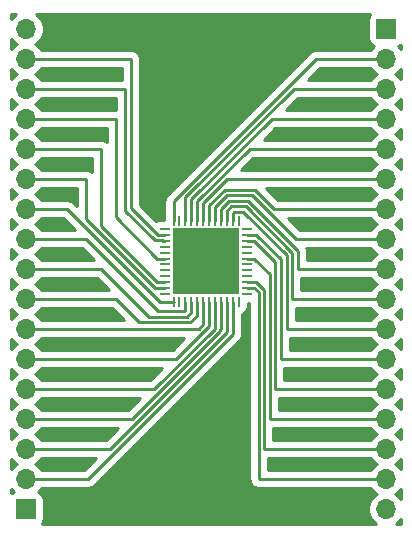
<source format=gbr>
G04 #@! TF.GenerationSoftware,KiCad,Pcbnew,(5.1.5-0-10_14)*
G04 #@! TF.CreationDate,2020-05-04T17:52:18-06:00*
G04 #@! TF.ProjectId,L6207Q,4c363230-3751-42e6-9b69-6361645f7063,rev?*
G04 #@! TF.SameCoordinates,Original*
G04 #@! TF.FileFunction,Copper,L1,Top*
G04 #@! TF.FilePolarity,Positive*
%FSLAX46Y46*%
G04 Gerber Fmt 4.6, Leading zero omitted, Abs format (unit mm)*
G04 Created by KiCad (PCBNEW (5.1.5-0-10_14)) date 2020-05-04 17:52:18*
%MOMM*%
%LPD*%
G04 APERTURE LIST*
%ADD10R,5.600000X5.600000*%
%ADD11R,0.860000X0.270000*%
%ADD12R,0.270000X0.860000*%
%ADD13O,1.700000X1.700000*%
%ADD14R,1.700000X1.700000*%
%ADD15C,0.800000*%
%ADD16C,0.270000*%
%ADD17C,0.254000*%
G04 APERTURE END LIST*
D10*
X29210000Y-33655000D03*
D11*
X32645000Y-30905000D03*
X32645000Y-31405000D03*
X32645000Y-31905000D03*
X32645000Y-32405000D03*
X32645000Y-32905000D03*
X32645000Y-33405000D03*
X32645000Y-33905000D03*
X32645000Y-34405000D03*
X32645000Y-34905000D03*
X32645000Y-35405000D03*
X32645000Y-35905000D03*
X32645000Y-36405000D03*
X25775000Y-36405000D03*
X25775000Y-35905000D03*
X25775000Y-35405000D03*
X25775000Y-34905000D03*
X25775000Y-34405000D03*
X25775000Y-33905000D03*
X25775000Y-33405000D03*
X25775000Y-32905000D03*
X25775000Y-32405000D03*
X25775000Y-31905000D03*
X25775000Y-31405000D03*
X25775000Y-30905000D03*
D12*
X26460000Y-30220000D03*
X26960000Y-30220000D03*
X27460000Y-30220000D03*
X27960000Y-30220000D03*
X28460000Y-30220000D03*
X28960000Y-30220000D03*
X29460000Y-30220000D03*
X29960000Y-30220000D03*
X30460000Y-30220000D03*
X30960000Y-30220000D03*
X31460000Y-30220000D03*
X31960000Y-30220000D03*
X31960000Y-37090000D03*
X31460000Y-37090000D03*
X30960000Y-37090000D03*
X30460000Y-37090000D03*
X29960000Y-37090000D03*
X29460000Y-37090000D03*
X28960000Y-37090000D03*
X28460000Y-37090000D03*
X27960000Y-37090000D03*
X27460000Y-37090000D03*
X26960000Y-37090000D03*
X26460000Y-37090000D03*
D13*
X44450000Y-54610000D03*
X44450000Y-52070000D03*
X44450000Y-49530000D03*
X44450000Y-46990000D03*
X44450000Y-44450000D03*
X44450000Y-41910000D03*
X44450000Y-39370000D03*
X44450000Y-36830000D03*
X44450000Y-34290000D03*
X44450000Y-31750000D03*
X44450000Y-29210000D03*
X44450000Y-26670000D03*
X44450000Y-24130000D03*
X44450000Y-21590000D03*
X44450000Y-19050000D03*
X44450000Y-16510000D03*
D14*
X44450000Y-13970000D03*
D13*
X13970000Y-13970000D03*
X13970000Y-16510000D03*
X13970000Y-19050000D03*
X13970000Y-21590000D03*
X13970000Y-24130000D03*
X13970000Y-26670000D03*
X13970000Y-29210000D03*
X13970000Y-31750000D03*
X13970000Y-34290000D03*
X13970000Y-36830000D03*
X13970000Y-39370000D03*
X13970000Y-41910000D03*
X13970000Y-44450000D03*
X13970000Y-46990000D03*
X13970000Y-49530000D03*
X13970000Y-52070000D03*
D14*
X13970000Y-54610000D03*
D15*
X28575000Y-34290000D03*
X29845000Y-33020000D03*
X27305000Y-33020000D03*
X28575000Y-33020000D03*
X27305000Y-31750000D03*
X27305000Y-35560000D03*
X28575000Y-35560000D03*
X31115000Y-31750000D03*
X28575000Y-31750000D03*
X29845000Y-34290000D03*
X31115000Y-33020000D03*
X29845000Y-31750000D03*
X31115000Y-34290000D03*
X27305000Y-34290000D03*
X29845000Y-35560000D03*
X31115000Y-35560000D03*
D16*
X22860000Y-16510000D02*
X13970000Y-16510000D01*
X22860000Y-29158002D02*
X22860000Y-16510000D01*
X25106998Y-31405000D02*
X22860000Y-29158002D01*
X25775000Y-31405000D02*
X25106998Y-31405000D01*
X25525010Y-31875010D02*
X24912313Y-31875009D01*
X25555000Y-31905000D02*
X25525010Y-31875010D01*
X25775000Y-31905000D02*
X25555000Y-31905000D01*
X24912313Y-31875009D02*
X22389990Y-29352686D01*
X22389990Y-29352686D02*
X22389990Y-19050000D01*
X22389990Y-19050000D02*
X13970000Y-19050000D01*
X25075000Y-33405000D02*
X21590000Y-29920000D01*
X25775000Y-33405000D02*
X25075000Y-33405000D01*
X21590000Y-29920000D02*
X21590000Y-21590000D01*
X21590000Y-21590000D02*
X13970000Y-21590000D01*
X25075000Y-35405000D02*
X20320000Y-30650000D01*
X25775000Y-35405000D02*
X25075000Y-35405000D01*
X20320000Y-30650000D02*
X20320000Y-24130000D01*
X20320000Y-24130000D02*
X13970000Y-24130000D01*
X24910306Y-35905000D02*
X19050000Y-30044694D01*
X25775000Y-35905000D02*
X24910306Y-35905000D01*
X19050000Y-30044694D02*
X19050000Y-26670000D01*
X19050000Y-26670000D02*
X13970000Y-26670000D01*
X17411998Y-29210000D02*
X13970000Y-29210000D01*
X25291998Y-37090000D02*
X17411998Y-29210000D01*
X26460000Y-37090000D02*
X25291998Y-37090000D01*
X27394999Y-37855001D02*
X25155001Y-37855001D01*
X27460000Y-37790000D02*
X27394999Y-37855001D01*
X27460000Y-37090000D02*
X27460000Y-37790000D01*
X19050000Y-31750000D02*
X13970000Y-31750000D01*
X25155001Y-37855001D02*
X19050000Y-31750000D01*
X27589683Y-38325011D02*
X24355011Y-38325011D01*
X27960000Y-37954694D02*
X27589683Y-38325011D01*
X27960000Y-37090000D02*
X27960000Y-37954694D01*
X20320000Y-34290000D02*
X13970000Y-34290000D01*
X24355011Y-38325011D02*
X20320000Y-34290000D01*
X28460000Y-37350000D02*
X28430010Y-37379990D01*
X28430010Y-37379990D02*
X28430010Y-38244990D01*
X28460000Y-37090000D02*
X28460000Y-37350000D01*
X27879979Y-38795021D02*
X23555021Y-38795021D01*
X28430010Y-38244990D02*
X27879979Y-38795021D01*
X21590000Y-36830000D02*
X13970000Y-36830000D01*
X23555021Y-38795021D02*
X21590000Y-36830000D01*
X28960000Y-37090000D02*
X28960000Y-38985000D01*
X28575000Y-39370000D02*
X13970000Y-39370000D01*
X28960000Y-38985000D02*
X28575000Y-39370000D01*
X15172081Y-41910000D02*
X13970000Y-41910000D01*
X29460000Y-39149694D02*
X26699694Y-41910000D01*
X26699694Y-41910000D02*
X15172081Y-41910000D01*
X29460000Y-37090000D02*
X29460000Y-39149694D01*
X29960000Y-37350000D02*
X29930010Y-37379990D01*
X29960000Y-37090000D02*
X29960000Y-37350000D01*
X15172081Y-44450000D02*
X13970000Y-44450000D01*
X24824388Y-44450000D02*
X15172081Y-44450000D01*
X29930009Y-39344379D02*
X24824388Y-44450000D01*
X29930010Y-37379990D02*
X29930009Y-39344379D01*
X30460000Y-37090000D02*
X30460000Y-39350000D01*
X15172081Y-46990000D02*
X13970000Y-46990000D01*
X30400018Y-39539064D02*
X22949082Y-46990000D01*
X22949082Y-46990000D02*
X15172081Y-46990000D01*
X30400019Y-39409981D02*
X30400018Y-39539064D01*
X30460000Y-39350000D02*
X30400019Y-39409981D01*
X15172081Y-49530000D02*
X13970000Y-49530000D01*
X30960000Y-39643776D02*
X21073776Y-49530000D01*
X21073776Y-49530000D02*
X15172081Y-49530000D01*
X30960000Y-37090000D02*
X30960000Y-39643776D01*
X19198470Y-52070000D02*
X15172081Y-52070000D01*
X15172081Y-52070000D02*
X13970000Y-52070000D01*
X31460000Y-39808470D02*
X19198470Y-52070000D01*
X31460000Y-37090000D02*
X31460000Y-39808470D01*
X33313002Y-35905000D02*
X33655000Y-36246998D01*
X32645000Y-35905000D02*
X33313002Y-35905000D01*
X33655000Y-36246998D02*
X33655000Y-52070000D01*
X33655000Y-52070000D02*
X44450000Y-52070000D01*
X33477696Y-35405000D02*
X34125010Y-36052314D01*
X32645000Y-35405000D02*
X33477696Y-35405000D01*
X34125010Y-36052314D02*
X34125010Y-49530000D01*
X34125010Y-49530000D02*
X44450000Y-49530000D01*
X34595020Y-46990000D02*
X44450000Y-46990000D01*
X34595020Y-34687018D02*
X34595020Y-46990000D01*
X33313002Y-33405000D02*
X34595020Y-34687018D01*
X32645000Y-33405000D02*
X33313002Y-33405000D01*
X35065030Y-33657028D02*
X35065030Y-44450000D01*
X33313002Y-31905000D02*
X35065030Y-33657028D01*
X35065030Y-44450000D02*
X44450000Y-44450000D01*
X32645000Y-31905000D02*
X33313002Y-31905000D01*
X33477696Y-31405000D02*
X35560000Y-33487304D01*
X32645000Y-31405000D02*
X33477696Y-31405000D01*
X35560000Y-33487304D02*
X35560000Y-41910000D01*
X35560000Y-41910000D02*
X44450000Y-41910000D01*
X36030010Y-39370000D02*
X44450000Y-39370000D01*
X32363001Y-29454999D02*
X36030010Y-33122008D01*
X31460000Y-30220000D02*
X31460000Y-29551998D01*
X36030010Y-33122008D02*
X36030010Y-39370000D01*
X31556999Y-29454999D02*
X32363001Y-29454999D01*
X31460000Y-29551998D02*
X31556999Y-29454999D01*
X32557686Y-28984990D02*
X36500020Y-32927324D01*
X30960000Y-29387304D02*
X31362315Y-28984989D01*
X31362315Y-28984989D02*
X32557686Y-28984990D01*
X30960000Y-30220000D02*
X30960000Y-29387304D01*
X36500020Y-32927324D02*
X36500020Y-36830000D01*
X36500020Y-36830000D02*
X44450000Y-36830000D01*
X32752371Y-28514981D02*
X36970030Y-32732640D01*
X30460000Y-29222610D02*
X31167632Y-28514980D01*
X31167632Y-28514980D02*
X32752371Y-28514981D01*
X30460000Y-30220000D02*
X30460000Y-29222610D01*
X36970030Y-32732640D02*
X36970030Y-34290000D01*
X36970030Y-34290000D02*
X44450000Y-34290000D01*
X29960000Y-29057920D02*
X30972949Y-28044971D01*
X30972949Y-28044971D02*
X33124971Y-28044971D01*
X29960000Y-30220000D02*
X29960000Y-29057920D01*
X36830000Y-31750000D02*
X44450000Y-31750000D01*
X33124971Y-28044971D02*
X36830000Y-31750000D01*
X30778265Y-27574961D02*
X33319656Y-27574962D01*
X29460000Y-28893226D02*
X30778265Y-27574961D01*
X29460000Y-30220000D02*
X29460000Y-28893226D01*
X34954694Y-29210000D02*
X44450000Y-29210000D01*
X33319656Y-27574962D02*
X34954694Y-29210000D01*
X43247919Y-26670000D02*
X44450000Y-26670000D01*
X31018534Y-26670000D02*
X43247919Y-26670000D01*
X28960000Y-28728534D02*
X31018534Y-26670000D01*
X28960000Y-30220000D02*
X28960000Y-28728534D01*
X43247919Y-24130000D02*
X44450000Y-24130000D01*
X32893840Y-24130000D02*
X43247919Y-24130000D01*
X28460000Y-28563840D02*
X32893840Y-24130000D01*
X28460000Y-30220000D02*
X28460000Y-28563840D01*
X43247919Y-21590000D02*
X44450000Y-21590000D01*
X27960000Y-28399146D02*
X34769146Y-21590000D01*
X34769146Y-21590000D02*
X43247919Y-21590000D01*
X27960000Y-30220000D02*
X27960000Y-28399146D01*
X43247919Y-19050000D02*
X44450000Y-19050000D01*
X36644452Y-19050000D02*
X43247919Y-19050000D01*
X27460000Y-28234452D02*
X36644452Y-19050000D01*
X27460000Y-30220000D02*
X27460000Y-28234452D01*
X43247919Y-16510000D02*
X44450000Y-16510000D01*
X38519758Y-16510000D02*
X43247919Y-16510000D01*
X26460000Y-28569758D02*
X38519758Y-16510000D01*
X26460000Y-30220000D02*
X26460000Y-28569758D01*
D17*
G36*
X32885001Y-52032170D02*
G01*
X32881275Y-52070000D01*
X32896142Y-52220946D01*
X32940171Y-52366092D01*
X33011671Y-52499859D01*
X33107894Y-52617106D01*
X33225141Y-52713329D01*
X33358908Y-52784829D01*
X33504054Y-52828858D01*
X33617180Y-52840000D01*
X33655000Y-52843725D01*
X33692820Y-52840000D01*
X43178503Y-52840000D01*
X43296525Y-53016632D01*
X43503368Y-53223475D01*
X43677760Y-53340000D01*
X43503368Y-53456525D01*
X43296525Y-53663368D01*
X43134010Y-53906589D01*
X43022068Y-54176842D01*
X42965000Y-54463740D01*
X42965000Y-54756260D01*
X43022068Y-55043158D01*
X43134010Y-55313411D01*
X43296525Y-55556632D01*
X43503368Y-55763475D01*
X43640345Y-55855000D01*
X15317295Y-55855000D01*
X15350537Y-55814494D01*
X15409502Y-55704180D01*
X15445812Y-55584482D01*
X15458072Y-55460000D01*
X15458072Y-53760000D01*
X15445812Y-53635518D01*
X15409502Y-53515820D01*
X15350537Y-53405506D01*
X15271185Y-53308815D01*
X15174494Y-53229463D01*
X15064180Y-53170498D01*
X14991620Y-53148487D01*
X15123475Y-53016632D01*
X15241497Y-52840000D01*
X19160657Y-52840000D01*
X19198470Y-52843724D01*
X19236283Y-52840000D01*
X19236290Y-52840000D01*
X19349416Y-52828858D01*
X19494562Y-52784829D01*
X19628329Y-52713329D01*
X19745576Y-52617106D01*
X19769691Y-52587722D01*
X31977727Y-40379687D01*
X32007106Y-40355576D01*
X32103329Y-40238329D01*
X32174829Y-40104562D01*
X32180815Y-40084829D01*
X32218858Y-39959417D01*
X32223025Y-39917106D01*
X32230000Y-39846290D01*
X32230000Y-39846284D01*
X32233724Y-39808471D01*
X32230000Y-39770658D01*
X32230000Y-38142621D01*
X32339180Y-38109502D01*
X32449494Y-38050537D01*
X32546185Y-37971185D01*
X32625537Y-37874494D01*
X32684502Y-37764180D01*
X32720812Y-37644482D01*
X32733072Y-37520000D01*
X32733072Y-37178072D01*
X32885000Y-37178072D01*
X32885001Y-52032170D01*
G37*
X32885001Y-52032170D02*
X32881275Y-52070000D01*
X32896142Y-52220946D01*
X32940171Y-52366092D01*
X33011671Y-52499859D01*
X33107894Y-52617106D01*
X33225141Y-52713329D01*
X33358908Y-52784829D01*
X33504054Y-52828858D01*
X33617180Y-52840000D01*
X33655000Y-52843725D01*
X33692820Y-52840000D01*
X43178503Y-52840000D01*
X43296525Y-53016632D01*
X43503368Y-53223475D01*
X43677760Y-53340000D01*
X43503368Y-53456525D01*
X43296525Y-53663368D01*
X43134010Y-53906589D01*
X43022068Y-54176842D01*
X42965000Y-54463740D01*
X42965000Y-54756260D01*
X43022068Y-55043158D01*
X43134010Y-55313411D01*
X43296525Y-55556632D01*
X43503368Y-55763475D01*
X43640345Y-55855000D01*
X15317295Y-55855000D01*
X15350537Y-55814494D01*
X15409502Y-55704180D01*
X15445812Y-55584482D01*
X15458072Y-55460000D01*
X15458072Y-53760000D01*
X15445812Y-53635518D01*
X15409502Y-53515820D01*
X15350537Y-53405506D01*
X15271185Y-53308815D01*
X15174494Y-53229463D01*
X15064180Y-53170498D01*
X14991620Y-53148487D01*
X15123475Y-53016632D01*
X15241497Y-52840000D01*
X19160657Y-52840000D01*
X19198470Y-52843724D01*
X19236283Y-52840000D01*
X19236290Y-52840000D01*
X19349416Y-52828858D01*
X19494562Y-52784829D01*
X19628329Y-52713329D01*
X19745576Y-52617106D01*
X19769691Y-52587722D01*
X31977727Y-40379687D01*
X32007106Y-40355576D01*
X32103329Y-40238329D01*
X32174829Y-40104562D01*
X32180815Y-40084829D01*
X32218858Y-39959417D01*
X32223025Y-39917106D01*
X32230000Y-39846290D01*
X32230000Y-39846284D01*
X32233724Y-39808471D01*
X32230000Y-39770658D01*
X32230000Y-38142621D01*
X32339180Y-38109502D01*
X32449494Y-38050537D01*
X32546185Y-37971185D01*
X32625537Y-37874494D01*
X32684502Y-37764180D01*
X32720812Y-37644482D01*
X32733072Y-37520000D01*
X32733072Y-37178072D01*
X32885000Y-37178072D01*
X32885001Y-52032170D01*
G36*
X45695000Y-55855000D02*
G01*
X45259655Y-55855000D01*
X45396632Y-55763475D01*
X45603475Y-55556632D01*
X45695000Y-55419655D01*
X45695000Y-55855000D01*
G37*
X45695000Y-55855000D02*
X45259655Y-55855000D01*
X45396632Y-55763475D01*
X45603475Y-55556632D01*
X45695000Y-55419655D01*
X45695000Y-55855000D01*
G36*
X45695000Y-53800345D02*
G01*
X45603475Y-53663368D01*
X45396632Y-53456525D01*
X45222240Y-53340000D01*
X45396632Y-53223475D01*
X45603475Y-53016632D01*
X45695000Y-52879655D01*
X45695000Y-53800345D01*
G37*
X45695000Y-53800345D02*
X45603475Y-53663368D01*
X45396632Y-53456525D01*
X45222240Y-53340000D01*
X45396632Y-53223475D01*
X45603475Y-53016632D01*
X45695000Y-52879655D01*
X45695000Y-53800345D01*
G36*
X12816525Y-53016632D02*
G01*
X12948380Y-53148487D01*
X12875820Y-53170498D01*
X12765506Y-53229463D01*
X12725000Y-53262705D01*
X12725000Y-52879655D01*
X12816525Y-53016632D01*
G37*
X12816525Y-53016632D02*
X12948380Y-53148487D01*
X12875820Y-53170498D01*
X12765506Y-53229463D01*
X12725000Y-53262705D01*
X12725000Y-52879655D01*
X12816525Y-53016632D01*
G36*
X18879527Y-51300000D02*
G01*
X15241497Y-51300000D01*
X15123475Y-51123368D01*
X14916632Y-50916525D01*
X14742240Y-50800000D01*
X14916632Y-50683475D01*
X15123475Y-50476632D01*
X15241497Y-50300000D01*
X19879527Y-50300000D01*
X18879527Y-51300000D01*
G37*
X18879527Y-51300000D02*
X15241497Y-51300000D01*
X15123475Y-51123368D01*
X14916632Y-50916525D01*
X14742240Y-50800000D01*
X14916632Y-50683475D01*
X15123475Y-50476632D01*
X15241497Y-50300000D01*
X19879527Y-50300000D01*
X18879527Y-51300000D01*
G36*
X43296525Y-50476632D02*
G01*
X43503368Y-50683475D01*
X43677760Y-50800000D01*
X43503368Y-50916525D01*
X43296525Y-51123368D01*
X43178503Y-51300000D01*
X34425000Y-51300000D01*
X34425000Y-50300000D01*
X43178503Y-50300000D01*
X43296525Y-50476632D01*
G37*
X43296525Y-50476632D02*
X43503368Y-50683475D01*
X43677760Y-50800000D01*
X43503368Y-50916525D01*
X43296525Y-51123368D01*
X43178503Y-51300000D01*
X34425000Y-51300000D01*
X34425000Y-50300000D01*
X43178503Y-50300000D01*
X43296525Y-50476632D01*
G36*
X12816525Y-50476632D02*
G01*
X13023368Y-50683475D01*
X13197760Y-50800000D01*
X13023368Y-50916525D01*
X12816525Y-51123368D01*
X12725000Y-51260345D01*
X12725000Y-50339655D01*
X12816525Y-50476632D01*
G37*
X12816525Y-50476632D02*
X13023368Y-50683475D01*
X13197760Y-50800000D01*
X13023368Y-50916525D01*
X12816525Y-51123368D01*
X12725000Y-51260345D01*
X12725000Y-50339655D01*
X12816525Y-50476632D01*
G36*
X45695000Y-51260345D02*
G01*
X45603475Y-51123368D01*
X45396632Y-50916525D01*
X45222240Y-50800000D01*
X45396632Y-50683475D01*
X45603475Y-50476632D01*
X45695000Y-50339655D01*
X45695000Y-51260345D01*
G37*
X45695000Y-51260345D02*
X45603475Y-51123368D01*
X45396632Y-50916525D01*
X45222240Y-50800000D01*
X45396632Y-50683475D01*
X45603475Y-50476632D01*
X45695000Y-50339655D01*
X45695000Y-51260345D01*
G36*
X43296525Y-47936632D02*
G01*
X43503368Y-48143475D01*
X43677760Y-48260000D01*
X43503368Y-48376525D01*
X43296525Y-48583368D01*
X43178503Y-48760000D01*
X34895010Y-48760000D01*
X34895010Y-47760000D01*
X43178503Y-47760000D01*
X43296525Y-47936632D01*
G37*
X43296525Y-47936632D02*
X43503368Y-48143475D01*
X43677760Y-48260000D01*
X43503368Y-48376525D01*
X43296525Y-48583368D01*
X43178503Y-48760000D01*
X34895010Y-48760000D01*
X34895010Y-47760000D01*
X43178503Y-47760000D01*
X43296525Y-47936632D01*
G36*
X20754833Y-48760000D02*
G01*
X15241497Y-48760000D01*
X15123475Y-48583368D01*
X14916632Y-48376525D01*
X14742240Y-48260000D01*
X14916632Y-48143475D01*
X15123475Y-47936632D01*
X15241497Y-47760000D01*
X21754833Y-47760000D01*
X20754833Y-48760000D01*
G37*
X20754833Y-48760000D02*
X15241497Y-48760000D01*
X15123475Y-48583368D01*
X14916632Y-48376525D01*
X14742240Y-48260000D01*
X14916632Y-48143475D01*
X15123475Y-47936632D01*
X15241497Y-47760000D01*
X21754833Y-47760000D01*
X20754833Y-48760000D01*
G36*
X45695000Y-48720345D02*
G01*
X45603475Y-48583368D01*
X45396632Y-48376525D01*
X45222240Y-48260000D01*
X45396632Y-48143475D01*
X45603475Y-47936632D01*
X45695000Y-47799655D01*
X45695000Y-48720345D01*
G37*
X45695000Y-48720345D02*
X45603475Y-48583368D01*
X45396632Y-48376525D01*
X45222240Y-48260000D01*
X45396632Y-48143475D01*
X45603475Y-47936632D01*
X45695000Y-47799655D01*
X45695000Y-48720345D01*
G36*
X12816525Y-47936632D02*
G01*
X13023368Y-48143475D01*
X13197760Y-48260000D01*
X13023368Y-48376525D01*
X12816525Y-48583368D01*
X12725000Y-48720345D01*
X12725000Y-47799655D01*
X12816525Y-47936632D01*
G37*
X12816525Y-47936632D02*
X13023368Y-48143475D01*
X13197760Y-48260000D01*
X13023368Y-48376525D01*
X12816525Y-48583368D01*
X12725000Y-48720345D01*
X12725000Y-47799655D01*
X12816525Y-47936632D01*
G36*
X43296525Y-45396632D02*
G01*
X43503368Y-45603475D01*
X43677760Y-45720000D01*
X43503368Y-45836525D01*
X43296525Y-46043368D01*
X43178503Y-46220000D01*
X35365020Y-46220000D01*
X35365020Y-45220000D01*
X43178503Y-45220000D01*
X43296525Y-45396632D01*
G37*
X43296525Y-45396632D02*
X43503368Y-45603475D01*
X43677760Y-45720000D01*
X43503368Y-45836525D01*
X43296525Y-46043368D01*
X43178503Y-46220000D01*
X35365020Y-46220000D01*
X35365020Y-45220000D01*
X43178503Y-45220000D01*
X43296525Y-45396632D01*
G36*
X22630139Y-46220000D02*
G01*
X15241497Y-46220000D01*
X15123475Y-46043368D01*
X14916632Y-45836525D01*
X14742240Y-45720000D01*
X14916632Y-45603475D01*
X15123475Y-45396632D01*
X15241497Y-45220000D01*
X23630139Y-45220000D01*
X22630139Y-46220000D01*
G37*
X22630139Y-46220000D02*
X15241497Y-46220000D01*
X15123475Y-46043368D01*
X14916632Y-45836525D01*
X14742240Y-45720000D01*
X14916632Y-45603475D01*
X15123475Y-45396632D01*
X15241497Y-45220000D01*
X23630139Y-45220000D01*
X22630139Y-46220000D01*
G36*
X12816525Y-45396632D02*
G01*
X13023368Y-45603475D01*
X13197760Y-45720000D01*
X13023368Y-45836525D01*
X12816525Y-46043368D01*
X12725000Y-46180345D01*
X12725000Y-45259655D01*
X12816525Y-45396632D01*
G37*
X12816525Y-45396632D02*
X13023368Y-45603475D01*
X13197760Y-45720000D01*
X13023368Y-45836525D01*
X12816525Y-46043368D01*
X12725000Y-46180345D01*
X12725000Y-45259655D01*
X12816525Y-45396632D01*
G36*
X45695000Y-46180345D02*
G01*
X45603475Y-46043368D01*
X45396632Y-45836525D01*
X45222240Y-45720000D01*
X45396632Y-45603475D01*
X45603475Y-45396632D01*
X45695000Y-45259655D01*
X45695000Y-46180345D01*
G37*
X45695000Y-46180345D02*
X45603475Y-46043368D01*
X45396632Y-45836525D01*
X45222240Y-45720000D01*
X45396632Y-45603475D01*
X45603475Y-45396632D01*
X45695000Y-45259655D01*
X45695000Y-46180345D01*
G36*
X43296525Y-42856632D02*
G01*
X43503368Y-43063475D01*
X43677760Y-43180000D01*
X43503368Y-43296525D01*
X43296525Y-43503368D01*
X43178503Y-43680000D01*
X35835030Y-43680000D01*
X35835030Y-42680000D01*
X43178503Y-42680000D01*
X43296525Y-42856632D01*
G37*
X43296525Y-42856632D02*
X43503368Y-43063475D01*
X43677760Y-43180000D01*
X43503368Y-43296525D01*
X43296525Y-43503368D01*
X43178503Y-43680000D01*
X35835030Y-43680000D01*
X35835030Y-42680000D01*
X43178503Y-42680000D01*
X43296525Y-42856632D01*
G36*
X24505445Y-43680000D02*
G01*
X15241497Y-43680000D01*
X15123475Y-43503368D01*
X14916632Y-43296525D01*
X14742240Y-43180000D01*
X14916632Y-43063475D01*
X15123475Y-42856632D01*
X15241497Y-42680000D01*
X25505445Y-42680000D01*
X24505445Y-43680000D01*
G37*
X24505445Y-43680000D02*
X15241497Y-43680000D01*
X15123475Y-43503368D01*
X14916632Y-43296525D01*
X14742240Y-43180000D01*
X14916632Y-43063475D01*
X15123475Y-42856632D01*
X15241497Y-42680000D01*
X25505445Y-42680000D01*
X24505445Y-43680000D01*
G36*
X12816525Y-42856632D02*
G01*
X13023368Y-43063475D01*
X13197760Y-43180000D01*
X13023368Y-43296525D01*
X12816525Y-43503368D01*
X12725000Y-43640345D01*
X12725000Y-42719655D01*
X12816525Y-42856632D01*
G37*
X12816525Y-42856632D02*
X13023368Y-43063475D01*
X13197760Y-43180000D01*
X13023368Y-43296525D01*
X12816525Y-43503368D01*
X12725000Y-43640345D01*
X12725000Y-42719655D01*
X12816525Y-42856632D01*
G36*
X45695000Y-43640345D02*
G01*
X45603475Y-43503368D01*
X45396632Y-43296525D01*
X45222240Y-43180000D01*
X45396632Y-43063475D01*
X45603475Y-42856632D01*
X45695000Y-42719655D01*
X45695000Y-43640345D01*
G37*
X45695000Y-43640345D02*
X45603475Y-43503368D01*
X45396632Y-43296525D01*
X45222240Y-43180000D01*
X45396632Y-43063475D01*
X45603475Y-42856632D01*
X45695000Y-42719655D01*
X45695000Y-43640345D01*
G36*
X43296525Y-40316632D02*
G01*
X43503368Y-40523475D01*
X43677760Y-40640000D01*
X43503368Y-40756525D01*
X43296525Y-40963368D01*
X43178503Y-41140000D01*
X36330000Y-41140000D01*
X36330000Y-40140000D01*
X43178503Y-40140000D01*
X43296525Y-40316632D01*
G37*
X43296525Y-40316632D02*
X43503368Y-40523475D01*
X43677760Y-40640000D01*
X43503368Y-40756525D01*
X43296525Y-40963368D01*
X43178503Y-41140000D01*
X36330000Y-41140000D01*
X36330000Y-40140000D01*
X43178503Y-40140000D01*
X43296525Y-40316632D01*
G36*
X26380751Y-41140000D02*
G01*
X15241497Y-41140000D01*
X15123475Y-40963368D01*
X14916632Y-40756525D01*
X14742240Y-40640000D01*
X14916632Y-40523475D01*
X15123475Y-40316632D01*
X15241497Y-40140000D01*
X27380751Y-40140000D01*
X26380751Y-41140000D01*
G37*
X26380751Y-41140000D02*
X15241497Y-41140000D01*
X15123475Y-40963368D01*
X14916632Y-40756525D01*
X14742240Y-40640000D01*
X14916632Y-40523475D01*
X15123475Y-40316632D01*
X15241497Y-40140000D01*
X27380751Y-40140000D01*
X26380751Y-41140000D01*
G36*
X12816525Y-40316632D02*
G01*
X13023368Y-40523475D01*
X13197760Y-40640000D01*
X13023368Y-40756525D01*
X12816525Y-40963368D01*
X12725000Y-41100345D01*
X12725000Y-40179655D01*
X12816525Y-40316632D01*
G37*
X12816525Y-40316632D02*
X13023368Y-40523475D01*
X13197760Y-40640000D01*
X13023368Y-40756525D01*
X12816525Y-40963368D01*
X12725000Y-41100345D01*
X12725000Y-40179655D01*
X12816525Y-40316632D01*
G36*
X45695000Y-41100345D02*
G01*
X45603475Y-40963368D01*
X45396632Y-40756525D01*
X45222240Y-40640000D01*
X45396632Y-40523475D01*
X45603475Y-40316632D01*
X45695000Y-40179655D01*
X45695000Y-41100345D01*
G37*
X45695000Y-41100345D02*
X45603475Y-40963368D01*
X45396632Y-40756525D01*
X45222240Y-40640000D01*
X45396632Y-40523475D01*
X45603475Y-40316632D01*
X45695000Y-40179655D01*
X45695000Y-41100345D01*
G36*
X43296525Y-37776632D02*
G01*
X43503368Y-37983475D01*
X43677760Y-38100000D01*
X43503368Y-38216525D01*
X43296525Y-38423368D01*
X43178503Y-38600000D01*
X36800010Y-38600000D01*
X36800010Y-37600000D01*
X43178503Y-37600000D01*
X43296525Y-37776632D01*
G37*
X43296525Y-37776632D02*
X43503368Y-37983475D01*
X43677760Y-38100000D01*
X43503368Y-38216525D01*
X43296525Y-38423368D01*
X43178503Y-38600000D01*
X36800010Y-38600000D01*
X36800010Y-37600000D01*
X43178503Y-37600000D01*
X43296525Y-37776632D01*
G36*
X22271056Y-38600000D02*
G01*
X15241497Y-38600000D01*
X15123475Y-38423368D01*
X14916632Y-38216525D01*
X14742240Y-38100000D01*
X14916632Y-37983475D01*
X15123475Y-37776632D01*
X15241497Y-37600000D01*
X21271057Y-37600000D01*
X22271056Y-38600000D01*
G37*
X22271056Y-38600000D02*
X15241497Y-38600000D01*
X15123475Y-38423368D01*
X14916632Y-38216525D01*
X14742240Y-38100000D01*
X14916632Y-37983475D01*
X15123475Y-37776632D01*
X15241497Y-37600000D01*
X21271057Y-37600000D01*
X22271056Y-38600000D01*
G36*
X45695000Y-38560346D02*
G01*
X45603475Y-38423368D01*
X45396632Y-38216525D01*
X45222240Y-38100000D01*
X45396632Y-37983475D01*
X45603475Y-37776632D01*
X45695000Y-37639654D01*
X45695000Y-38560346D01*
G37*
X45695000Y-38560346D02*
X45603475Y-38423368D01*
X45396632Y-38216525D01*
X45222240Y-38100000D01*
X45396632Y-37983475D01*
X45603475Y-37776632D01*
X45695000Y-37639654D01*
X45695000Y-38560346D01*
G36*
X12816525Y-37776632D02*
G01*
X13023368Y-37983475D01*
X13197760Y-38100000D01*
X13023368Y-38216525D01*
X12816525Y-38423368D01*
X12725000Y-38560345D01*
X12725000Y-37639655D01*
X12816525Y-37776632D01*
G37*
X12816525Y-37776632D02*
X13023368Y-37983475D01*
X13197760Y-38100000D01*
X13023368Y-38216525D01*
X12816525Y-38423368D01*
X12725000Y-38560345D01*
X12725000Y-37639655D01*
X12816525Y-37776632D01*
G36*
X43296525Y-35236632D02*
G01*
X43503368Y-35443475D01*
X43677760Y-35560000D01*
X43503368Y-35676525D01*
X43296525Y-35883368D01*
X43178503Y-36060000D01*
X37270020Y-36060000D01*
X37270020Y-35060000D01*
X43178503Y-35060000D01*
X43296525Y-35236632D01*
G37*
X43296525Y-35236632D02*
X43503368Y-35443475D01*
X43677760Y-35560000D01*
X43503368Y-35676525D01*
X43296525Y-35883368D01*
X43178503Y-36060000D01*
X37270020Y-36060000D01*
X37270020Y-35060000D01*
X43178503Y-35060000D01*
X43296525Y-35236632D01*
G36*
X21001057Y-36060000D02*
G01*
X15241497Y-36060000D01*
X15123475Y-35883368D01*
X14916632Y-35676525D01*
X14742240Y-35560000D01*
X14916632Y-35443475D01*
X15123475Y-35236632D01*
X15241497Y-35060000D01*
X20001057Y-35060000D01*
X21001057Y-36060000D01*
G37*
X21001057Y-36060000D02*
X15241497Y-36060000D01*
X15123475Y-35883368D01*
X14916632Y-35676525D01*
X14742240Y-35560000D01*
X14916632Y-35443475D01*
X15123475Y-35236632D01*
X15241497Y-35060000D01*
X20001057Y-35060000D01*
X21001057Y-36060000D01*
G36*
X45695000Y-36020346D02*
G01*
X45603475Y-35883368D01*
X45396632Y-35676525D01*
X45222240Y-35560000D01*
X45396632Y-35443475D01*
X45603475Y-35236632D01*
X45695000Y-35099654D01*
X45695000Y-36020346D01*
G37*
X45695000Y-36020346D02*
X45603475Y-35883368D01*
X45396632Y-35676525D01*
X45222240Y-35560000D01*
X45396632Y-35443475D01*
X45603475Y-35236632D01*
X45695000Y-35099654D01*
X45695000Y-36020346D01*
G36*
X12816525Y-35236632D02*
G01*
X13023368Y-35443475D01*
X13197760Y-35560000D01*
X13023368Y-35676525D01*
X12816525Y-35883368D01*
X12725000Y-36020345D01*
X12725000Y-35099655D01*
X12816525Y-35236632D01*
G37*
X12816525Y-35236632D02*
X13023368Y-35443475D01*
X13197760Y-35560000D01*
X13023368Y-35676525D01*
X12816525Y-35883368D01*
X12725000Y-36020345D01*
X12725000Y-35099655D01*
X12816525Y-35236632D01*
G36*
X43296525Y-32696632D02*
G01*
X43503368Y-32903475D01*
X43677760Y-33020000D01*
X43503368Y-33136525D01*
X43296525Y-33343368D01*
X43178503Y-33520000D01*
X37740030Y-33520000D01*
X37740030Y-32770460D01*
X37743755Y-32732640D01*
X37728888Y-32581694D01*
X37710174Y-32520000D01*
X43178503Y-32520000D01*
X43296525Y-32696632D01*
G37*
X43296525Y-32696632D02*
X43503368Y-32903475D01*
X43677760Y-33020000D01*
X43503368Y-33136525D01*
X43296525Y-33343368D01*
X43178503Y-33520000D01*
X37740030Y-33520000D01*
X37740030Y-32770460D01*
X37743755Y-32732640D01*
X37728888Y-32581694D01*
X37710174Y-32520000D01*
X43178503Y-32520000D01*
X43296525Y-32696632D01*
G36*
X19731057Y-33520000D02*
G01*
X15241497Y-33520000D01*
X15123475Y-33343368D01*
X14916632Y-33136525D01*
X14742240Y-33020000D01*
X14916632Y-32903475D01*
X15123475Y-32696632D01*
X15241497Y-32520000D01*
X18731057Y-32520000D01*
X19731057Y-33520000D01*
G37*
X19731057Y-33520000D02*
X15241497Y-33520000D01*
X15123475Y-33343368D01*
X14916632Y-33136525D01*
X14742240Y-33020000D01*
X14916632Y-32903475D01*
X15123475Y-32696632D01*
X15241497Y-32520000D01*
X18731057Y-32520000D01*
X19731057Y-33520000D01*
G36*
X45695001Y-33480346D02*
G01*
X45603475Y-33343368D01*
X45396632Y-33136525D01*
X45222240Y-33020000D01*
X45396632Y-32903475D01*
X45603475Y-32696632D01*
X45695001Y-32559654D01*
X45695001Y-33480346D01*
G37*
X45695001Y-33480346D02*
X45603475Y-33343368D01*
X45396632Y-33136525D01*
X45222240Y-33020000D01*
X45396632Y-32903475D01*
X45603475Y-32696632D01*
X45695001Y-32559654D01*
X45695001Y-33480346D01*
G36*
X12816525Y-32696632D02*
G01*
X13023368Y-32903475D01*
X13197760Y-33020000D01*
X13023368Y-33136525D01*
X12816525Y-33343368D01*
X12725000Y-33480345D01*
X12725000Y-32559655D01*
X12816525Y-32696632D01*
G37*
X12816525Y-32696632D02*
X13023368Y-32903475D01*
X13197760Y-33020000D01*
X13023368Y-33136525D01*
X12816525Y-33343368D01*
X12725000Y-33480345D01*
X12725000Y-32559655D01*
X12816525Y-32696632D01*
G36*
X43296525Y-30156632D02*
G01*
X43503368Y-30363475D01*
X43677760Y-30480000D01*
X43503368Y-30596525D01*
X43296525Y-30803368D01*
X43178503Y-30980000D01*
X37148944Y-30980000D01*
X36148944Y-29980000D01*
X43178503Y-29980000D01*
X43296525Y-30156632D01*
G37*
X43296525Y-30156632D02*
X43503368Y-30363475D01*
X43677760Y-30480000D01*
X43503368Y-30596525D01*
X43296525Y-30803368D01*
X43178503Y-30980000D01*
X37148944Y-30980000D01*
X36148944Y-29980000D01*
X43178503Y-29980000D01*
X43296525Y-30156632D01*
G36*
X18093055Y-30980000D02*
G01*
X15241497Y-30980000D01*
X15123475Y-30803368D01*
X14916632Y-30596525D01*
X14742240Y-30480000D01*
X14916632Y-30363475D01*
X15123475Y-30156632D01*
X15241497Y-29980000D01*
X17093055Y-29980000D01*
X18093055Y-30980000D01*
G37*
X18093055Y-30980000D02*
X15241497Y-30980000D01*
X15123475Y-30803368D01*
X14916632Y-30596525D01*
X14742240Y-30480000D01*
X14916632Y-30363475D01*
X15123475Y-30156632D01*
X15241497Y-29980000D01*
X17093055Y-29980000D01*
X18093055Y-30980000D01*
G36*
X45695001Y-30940346D02*
G01*
X45603475Y-30803368D01*
X45396632Y-30596525D01*
X45222240Y-30480000D01*
X45396632Y-30363475D01*
X45603475Y-30156632D01*
X45695001Y-30019654D01*
X45695001Y-30940346D01*
G37*
X45695001Y-30940346D02*
X45603475Y-30803368D01*
X45396632Y-30596525D01*
X45222240Y-30480000D01*
X45396632Y-30363475D01*
X45603475Y-30156632D01*
X45695001Y-30019654D01*
X45695001Y-30940346D01*
G36*
X12816525Y-30156632D02*
G01*
X13023368Y-30363475D01*
X13197760Y-30480000D01*
X13023368Y-30596525D01*
X12816525Y-30803368D01*
X12725000Y-30940345D01*
X12725000Y-30019655D01*
X12816525Y-30156632D01*
G37*
X12816525Y-30156632D02*
X13023368Y-30363475D01*
X13197760Y-30480000D01*
X13023368Y-30596525D01*
X12816525Y-30803368D01*
X12725000Y-30940345D01*
X12725000Y-30019655D01*
X12816525Y-30156632D01*
G36*
X43069463Y-12765506D02*
G01*
X43010498Y-12875820D01*
X42974188Y-12995518D01*
X42961928Y-13120000D01*
X42961928Y-14820000D01*
X42974188Y-14944482D01*
X43010498Y-15064180D01*
X43069463Y-15174494D01*
X43148815Y-15271185D01*
X43245506Y-15350537D01*
X43355820Y-15409502D01*
X43428380Y-15431513D01*
X43296525Y-15563368D01*
X43178503Y-15740000D01*
X38557570Y-15740000D01*
X38519757Y-15736276D01*
X38481944Y-15740000D01*
X38481938Y-15740000D01*
X38384210Y-15749625D01*
X38368811Y-15751142D01*
X38324782Y-15764498D01*
X38223666Y-15795171D01*
X38089899Y-15866671D01*
X37972652Y-15962894D01*
X37948541Y-15992273D01*
X25942274Y-27998541D01*
X25912895Y-28022652D01*
X25816672Y-28139899D01*
X25794474Y-28181428D01*
X25745171Y-28273667D01*
X25701142Y-28418812D01*
X25686276Y-28569758D01*
X25690001Y-28607580D01*
X25690000Y-29758805D01*
X25686928Y-29790000D01*
X25686928Y-30131928D01*
X25345000Y-30131928D01*
X25220518Y-30144188D01*
X25100820Y-30180498D01*
X25016507Y-30225565D01*
X23630000Y-28839059D01*
X23630000Y-16547820D01*
X23633725Y-16510000D01*
X23618858Y-16359054D01*
X23574829Y-16213908D01*
X23503329Y-16080141D01*
X23407106Y-15962894D01*
X23289859Y-15866671D01*
X23156092Y-15795171D01*
X23010946Y-15751142D01*
X22897820Y-15740000D01*
X22860000Y-15736275D01*
X22822180Y-15740000D01*
X15241497Y-15740000D01*
X15123475Y-15563368D01*
X14916632Y-15356525D01*
X14742240Y-15240000D01*
X14916632Y-15123475D01*
X15123475Y-14916632D01*
X15285990Y-14673411D01*
X15397932Y-14403158D01*
X15455000Y-14116260D01*
X15455000Y-13823740D01*
X15397932Y-13536842D01*
X15285990Y-13266589D01*
X15123475Y-13023368D01*
X14916632Y-12816525D01*
X14779655Y-12725000D01*
X43102705Y-12725000D01*
X43069463Y-12765506D01*
G37*
X43069463Y-12765506D02*
X43010498Y-12875820D01*
X42974188Y-12995518D01*
X42961928Y-13120000D01*
X42961928Y-14820000D01*
X42974188Y-14944482D01*
X43010498Y-15064180D01*
X43069463Y-15174494D01*
X43148815Y-15271185D01*
X43245506Y-15350537D01*
X43355820Y-15409502D01*
X43428380Y-15431513D01*
X43296525Y-15563368D01*
X43178503Y-15740000D01*
X38557570Y-15740000D01*
X38519757Y-15736276D01*
X38481944Y-15740000D01*
X38481938Y-15740000D01*
X38384210Y-15749625D01*
X38368811Y-15751142D01*
X38324782Y-15764498D01*
X38223666Y-15795171D01*
X38089899Y-15866671D01*
X37972652Y-15962894D01*
X37948541Y-15992273D01*
X25942274Y-27998541D01*
X25912895Y-28022652D01*
X25816672Y-28139899D01*
X25794474Y-28181428D01*
X25745171Y-28273667D01*
X25701142Y-28418812D01*
X25686276Y-28569758D01*
X25690001Y-28607580D01*
X25690000Y-29758805D01*
X25686928Y-29790000D01*
X25686928Y-30131928D01*
X25345000Y-30131928D01*
X25220518Y-30144188D01*
X25100820Y-30180498D01*
X25016507Y-30225565D01*
X23630000Y-28839059D01*
X23630000Y-16547820D01*
X23633725Y-16510000D01*
X23618858Y-16359054D01*
X23574829Y-16213908D01*
X23503329Y-16080141D01*
X23407106Y-15962894D01*
X23289859Y-15866671D01*
X23156092Y-15795171D01*
X23010946Y-15751142D01*
X22897820Y-15740000D01*
X22860000Y-15736275D01*
X22822180Y-15740000D01*
X15241497Y-15740000D01*
X15123475Y-15563368D01*
X14916632Y-15356525D01*
X14742240Y-15240000D01*
X14916632Y-15123475D01*
X15123475Y-14916632D01*
X15285990Y-14673411D01*
X15397932Y-14403158D01*
X15455000Y-14116260D01*
X15455000Y-13823740D01*
X15397932Y-13536842D01*
X15285990Y-13266589D01*
X15123475Y-13023368D01*
X14916632Y-12816525D01*
X14779655Y-12725000D01*
X43102705Y-12725000D01*
X43069463Y-12765506D01*
G36*
X18280000Y-28989059D02*
G01*
X17983219Y-28692278D01*
X17959104Y-28662894D01*
X17841857Y-28566671D01*
X17708090Y-28495171D01*
X17562944Y-28451142D01*
X17449818Y-28440000D01*
X17449811Y-28440000D01*
X17411998Y-28436276D01*
X17374185Y-28440000D01*
X15241497Y-28440000D01*
X15123475Y-28263368D01*
X14916632Y-28056525D01*
X14742240Y-27940000D01*
X14916632Y-27823475D01*
X15123475Y-27616632D01*
X15241497Y-27440000D01*
X18280001Y-27440000D01*
X18280000Y-28989059D01*
G37*
X18280000Y-28989059D02*
X17983219Y-28692278D01*
X17959104Y-28662894D01*
X17841857Y-28566671D01*
X17708090Y-28495171D01*
X17562944Y-28451142D01*
X17449818Y-28440000D01*
X17449811Y-28440000D01*
X17411998Y-28436276D01*
X17374185Y-28440000D01*
X15241497Y-28440000D01*
X15123475Y-28263368D01*
X14916632Y-28056525D01*
X14742240Y-27940000D01*
X14916632Y-27823475D01*
X15123475Y-27616632D01*
X15241497Y-27440000D01*
X18280001Y-27440000D01*
X18280000Y-28989059D01*
G36*
X43296525Y-27616632D02*
G01*
X43503368Y-27823475D01*
X43677760Y-27940000D01*
X43503368Y-28056525D01*
X43296525Y-28263368D01*
X43178503Y-28440000D01*
X35273639Y-28440000D01*
X34273638Y-27440000D01*
X43178503Y-27440000D01*
X43296525Y-27616632D01*
G37*
X43296525Y-27616632D02*
X43503368Y-27823475D01*
X43677760Y-27940000D01*
X43503368Y-28056525D01*
X43296525Y-28263368D01*
X43178503Y-28440000D01*
X35273639Y-28440000D01*
X34273638Y-27440000D01*
X43178503Y-27440000D01*
X43296525Y-27616632D01*
G36*
X45695001Y-28400346D02*
G01*
X45603475Y-28263368D01*
X45396632Y-28056525D01*
X45222240Y-27940000D01*
X45396632Y-27823475D01*
X45603475Y-27616632D01*
X45695001Y-27479654D01*
X45695001Y-28400346D01*
G37*
X45695001Y-28400346D02*
X45603475Y-28263368D01*
X45396632Y-28056525D01*
X45222240Y-27940000D01*
X45396632Y-27823475D01*
X45603475Y-27616632D01*
X45695001Y-27479654D01*
X45695001Y-28400346D01*
G36*
X12816525Y-27616632D02*
G01*
X13023368Y-27823475D01*
X13197760Y-27940000D01*
X13023368Y-28056525D01*
X12816525Y-28263368D01*
X12725000Y-28400345D01*
X12725000Y-27479655D01*
X12816525Y-27616632D01*
G37*
X12816525Y-27616632D02*
X13023368Y-27823475D01*
X13197760Y-27940000D01*
X13023368Y-28056525D01*
X12816525Y-28263368D01*
X12725000Y-28400345D01*
X12725000Y-27479655D01*
X12816525Y-27616632D01*
G36*
X19550001Y-26084235D02*
G01*
X19479859Y-26026671D01*
X19346092Y-25955171D01*
X19200946Y-25911142D01*
X19087820Y-25900000D01*
X19050000Y-25896275D01*
X19012180Y-25900000D01*
X15241497Y-25900000D01*
X15123475Y-25723368D01*
X14916632Y-25516525D01*
X14742240Y-25400000D01*
X14916632Y-25283475D01*
X15123475Y-25076632D01*
X15241497Y-24900000D01*
X19550001Y-24900000D01*
X19550001Y-26084235D01*
G37*
X19550001Y-26084235D02*
X19479859Y-26026671D01*
X19346092Y-25955171D01*
X19200946Y-25911142D01*
X19087820Y-25900000D01*
X19050000Y-25896275D01*
X19012180Y-25900000D01*
X15241497Y-25900000D01*
X15123475Y-25723368D01*
X14916632Y-25516525D01*
X14742240Y-25400000D01*
X14916632Y-25283475D01*
X15123475Y-25076632D01*
X15241497Y-24900000D01*
X19550001Y-24900000D01*
X19550001Y-26084235D01*
G36*
X43296525Y-25076632D02*
G01*
X43503368Y-25283475D01*
X43677760Y-25400000D01*
X43503368Y-25516525D01*
X43296525Y-25723368D01*
X43178503Y-25900000D01*
X32212784Y-25900000D01*
X33212785Y-24900000D01*
X43178503Y-24900000D01*
X43296525Y-25076632D01*
G37*
X43296525Y-25076632D02*
X43503368Y-25283475D01*
X43677760Y-25400000D01*
X43503368Y-25516525D01*
X43296525Y-25723368D01*
X43178503Y-25900000D01*
X32212784Y-25900000D01*
X33212785Y-24900000D01*
X43178503Y-24900000D01*
X43296525Y-25076632D01*
G36*
X45695001Y-25860346D02*
G01*
X45603475Y-25723368D01*
X45396632Y-25516525D01*
X45222240Y-25400000D01*
X45396632Y-25283475D01*
X45603475Y-25076632D01*
X45695001Y-24939654D01*
X45695001Y-25860346D01*
G37*
X45695001Y-25860346D02*
X45603475Y-25723368D01*
X45396632Y-25516525D01*
X45222240Y-25400000D01*
X45396632Y-25283475D01*
X45603475Y-25076632D01*
X45695001Y-24939654D01*
X45695001Y-25860346D01*
G36*
X12816525Y-25076632D02*
G01*
X13023368Y-25283475D01*
X13197760Y-25400000D01*
X13023368Y-25516525D01*
X12816525Y-25723368D01*
X12725000Y-25860345D01*
X12725000Y-24939655D01*
X12816525Y-25076632D01*
G37*
X12816525Y-25076632D02*
X13023368Y-25283475D01*
X13197760Y-25400000D01*
X13023368Y-25516525D01*
X12816525Y-25723368D01*
X12725000Y-25860345D01*
X12725000Y-24939655D01*
X12816525Y-25076632D01*
G36*
X20820001Y-23544235D02*
G01*
X20749859Y-23486671D01*
X20616092Y-23415171D01*
X20470946Y-23371142D01*
X20357820Y-23360000D01*
X20320000Y-23356275D01*
X20282180Y-23360000D01*
X15241497Y-23360000D01*
X15123475Y-23183368D01*
X14916632Y-22976525D01*
X14742240Y-22860000D01*
X14916632Y-22743475D01*
X15123475Y-22536632D01*
X15241497Y-22360000D01*
X20820001Y-22360000D01*
X20820001Y-23544235D01*
G37*
X20820001Y-23544235D02*
X20749859Y-23486671D01*
X20616092Y-23415171D01*
X20470946Y-23371142D01*
X20357820Y-23360000D01*
X20320000Y-23356275D01*
X20282180Y-23360000D01*
X15241497Y-23360000D01*
X15123475Y-23183368D01*
X14916632Y-22976525D01*
X14742240Y-22860000D01*
X14916632Y-22743475D01*
X15123475Y-22536632D01*
X15241497Y-22360000D01*
X20820001Y-22360000D01*
X20820001Y-23544235D01*
G36*
X43296525Y-22536632D02*
G01*
X43503368Y-22743475D01*
X43677760Y-22860000D01*
X43503368Y-22976525D01*
X43296525Y-23183368D01*
X43178503Y-23360000D01*
X34088091Y-23360000D01*
X35088091Y-22360000D01*
X43178503Y-22360000D01*
X43296525Y-22536632D01*
G37*
X43296525Y-22536632D02*
X43503368Y-22743475D01*
X43677760Y-22860000D01*
X43503368Y-22976525D01*
X43296525Y-23183368D01*
X43178503Y-23360000D01*
X34088091Y-23360000D01*
X35088091Y-22360000D01*
X43178503Y-22360000D01*
X43296525Y-22536632D01*
G36*
X45695001Y-23320346D02*
G01*
X45603475Y-23183368D01*
X45396632Y-22976525D01*
X45222240Y-22860000D01*
X45396632Y-22743475D01*
X45603475Y-22536632D01*
X45695001Y-22399654D01*
X45695001Y-23320346D01*
G37*
X45695001Y-23320346D02*
X45603475Y-23183368D01*
X45396632Y-22976525D01*
X45222240Y-22860000D01*
X45396632Y-22743475D01*
X45603475Y-22536632D01*
X45695001Y-22399654D01*
X45695001Y-23320346D01*
G36*
X12816525Y-22536632D02*
G01*
X13023368Y-22743475D01*
X13197760Y-22860000D01*
X13023368Y-22976525D01*
X12816525Y-23183368D01*
X12725000Y-23320345D01*
X12725000Y-22399655D01*
X12816525Y-22536632D01*
G37*
X12816525Y-22536632D02*
X13023368Y-22743475D01*
X13197760Y-22860000D01*
X13023368Y-22976525D01*
X12816525Y-23183368D01*
X12725000Y-23320345D01*
X12725000Y-22399655D01*
X12816525Y-22536632D01*
G36*
X43296525Y-19996632D02*
G01*
X43503368Y-20203475D01*
X43677760Y-20320000D01*
X43503368Y-20436525D01*
X43296525Y-20643368D01*
X43178503Y-20820000D01*
X35963397Y-20820000D01*
X36963397Y-19820000D01*
X43178503Y-19820000D01*
X43296525Y-19996632D01*
G37*
X43296525Y-19996632D02*
X43503368Y-20203475D01*
X43677760Y-20320000D01*
X43503368Y-20436525D01*
X43296525Y-20643368D01*
X43178503Y-20820000D01*
X35963397Y-20820000D01*
X36963397Y-19820000D01*
X43178503Y-19820000D01*
X43296525Y-19996632D01*
G36*
X21619991Y-20819229D02*
G01*
X21590000Y-20816275D01*
X21552180Y-20820000D01*
X15241497Y-20820000D01*
X15123475Y-20643368D01*
X14916632Y-20436525D01*
X14742240Y-20320000D01*
X14916632Y-20203475D01*
X15123475Y-19996632D01*
X15241497Y-19820000D01*
X21619991Y-19820000D01*
X21619991Y-20819229D01*
G37*
X21619991Y-20819229D02*
X21590000Y-20816275D01*
X21552180Y-20820000D01*
X15241497Y-20820000D01*
X15123475Y-20643368D01*
X14916632Y-20436525D01*
X14742240Y-20320000D01*
X14916632Y-20203475D01*
X15123475Y-19996632D01*
X15241497Y-19820000D01*
X21619991Y-19820000D01*
X21619991Y-20819229D01*
G36*
X45695001Y-20780346D02*
G01*
X45603475Y-20643368D01*
X45396632Y-20436525D01*
X45222240Y-20320000D01*
X45396632Y-20203475D01*
X45603475Y-19996632D01*
X45695001Y-19859654D01*
X45695001Y-20780346D01*
G37*
X45695001Y-20780346D02*
X45603475Y-20643368D01*
X45396632Y-20436525D01*
X45222240Y-20320000D01*
X45396632Y-20203475D01*
X45603475Y-19996632D01*
X45695001Y-19859654D01*
X45695001Y-20780346D01*
G36*
X12816525Y-19996632D02*
G01*
X13023368Y-20203475D01*
X13197760Y-20320000D01*
X13023368Y-20436525D01*
X12816525Y-20643368D01*
X12725000Y-20780345D01*
X12725000Y-19859655D01*
X12816525Y-19996632D01*
G37*
X12816525Y-19996632D02*
X13023368Y-20203475D01*
X13197760Y-20320000D01*
X13023368Y-20436525D01*
X12816525Y-20643368D01*
X12725000Y-20780345D01*
X12725000Y-19859655D01*
X12816525Y-19996632D01*
G36*
X43296525Y-17456632D02*
G01*
X43503368Y-17663475D01*
X43677760Y-17780000D01*
X43503368Y-17896525D01*
X43296525Y-18103368D01*
X43178503Y-18280000D01*
X37838702Y-18280000D01*
X38838702Y-17280000D01*
X43178503Y-17280000D01*
X43296525Y-17456632D01*
G37*
X43296525Y-17456632D02*
X43503368Y-17663475D01*
X43677760Y-17780000D01*
X43503368Y-17896525D01*
X43296525Y-18103368D01*
X43178503Y-18280000D01*
X37838702Y-18280000D01*
X38838702Y-17280000D01*
X43178503Y-17280000D01*
X43296525Y-17456632D01*
G36*
X22090001Y-18280000D02*
G01*
X15241497Y-18280000D01*
X15123475Y-18103368D01*
X14916632Y-17896525D01*
X14742240Y-17780000D01*
X14916632Y-17663475D01*
X15123475Y-17456632D01*
X15241497Y-17280000D01*
X22090001Y-17280000D01*
X22090001Y-18280000D01*
G37*
X22090001Y-18280000D02*
X15241497Y-18280000D01*
X15123475Y-18103368D01*
X14916632Y-17896525D01*
X14742240Y-17780000D01*
X14916632Y-17663475D01*
X15123475Y-17456632D01*
X15241497Y-17280000D01*
X22090001Y-17280000D01*
X22090001Y-18280000D01*
G36*
X45695001Y-18240346D02*
G01*
X45603475Y-18103368D01*
X45396632Y-17896525D01*
X45222240Y-17780000D01*
X45396632Y-17663475D01*
X45603475Y-17456632D01*
X45695001Y-17319654D01*
X45695001Y-18240346D01*
G37*
X45695001Y-18240346D02*
X45603475Y-18103368D01*
X45396632Y-17896525D01*
X45222240Y-17780000D01*
X45396632Y-17663475D01*
X45603475Y-17456632D01*
X45695001Y-17319654D01*
X45695001Y-18240346D01*
G36*
X12816525Y-17456632D02*
G01*
X13023368Y-17663475D01*
X13197760Y-17780000D01*
X13023368Y-17896525D01*
X12816525Y-18103368D01*
X12725000Y-18240345D01*
X12725000Y-17319655D01*
X12816525Y-17456632D01*
G37*
X12816525Y-17456632D02*
X13023368Y-17663475D01*
X13197760Y-17780000D01*
X13023368Y-17896525D01*
X12816525Y-18103368D01*
X12725000Y-18240345D01*
X12725000Y-17319655D01*
X12816525Y-17456632D01*
G36*
X45695001Y-15700346D02*
G01*
X45603475Y-15563368D01*
X45471620Y-15431513D01*
X45544180Y-15409502D01*
X45654494Y-15350537D01*
X45695001Y-15317294D01*
X45695001Y-15700346D01*
G37*
X45695001Y-15700346D02*
X45603475Y-15563368D01*
X45471620Y-15431513D01*
X45544180Y-15409502D01*
X45654494Y-15350537D01*
X45695001Y-15317294D01*
X45695001Y-15700346D01*
G36*
X12816525Y-14916632D02*
G01*
X13023368Y-15123475D01*
X13197760Y-15240000D01*
X13023368Y-15356525D01*
X12816525Y-15563368D01*
X12725000Y-15700345D01*
X12725000Y-14779655D01*
X12816525Y-14916632D01*
G37*
X12816525Y-14916632D02*
X13023368Y-15123475D01*
X13197760Y-15240000D01*
X13023368Y-15356525D01*
X12816525Y-15563368D01*
X12725000Y-15700345D01*
X12725000Y-14779655D01*
X12816525Y-14916632D01*
G36*
X13023368Y-12816525D02*
G01*
X12816525Y-13023368D01*
X12725000Y-13160345D01*
X12725000Y-12725000D01*
X13160345Y-12725000D01*
X13023368Y-12816525D01*
G37*
X13023368Y-12816525D02*
X12816525Y-13023368D01*
X12725000Y-13160345D01*
X12725000Y-12725000D01*
X13160345Y-12725000D01*
X13023368Y-12816525D01*
M02*

</source>
